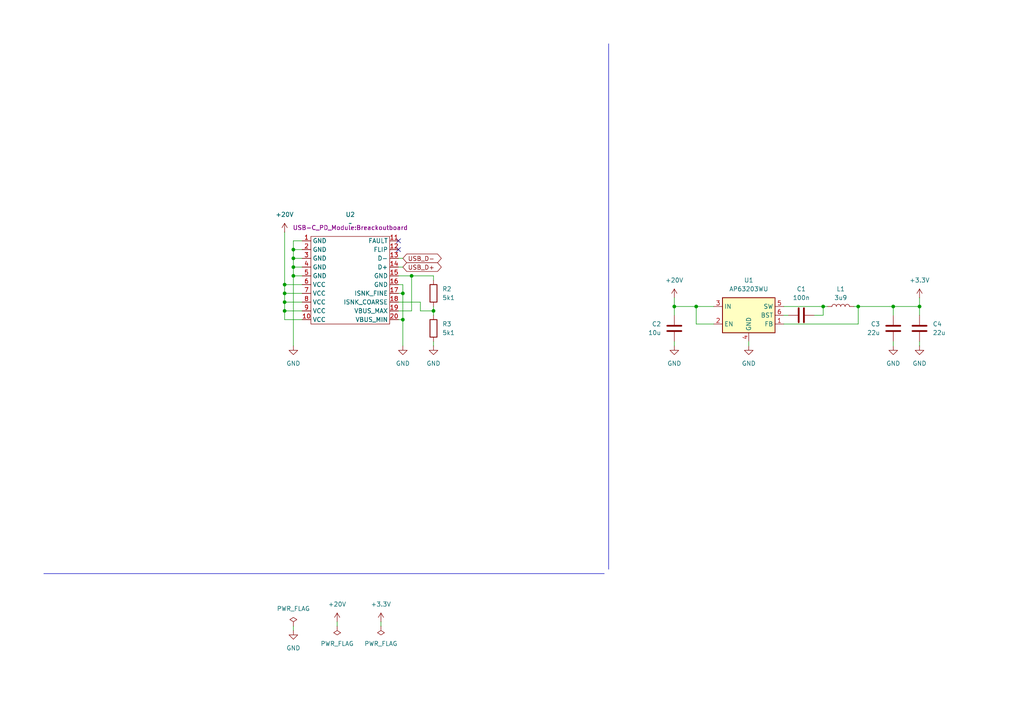
<source format=kicad_sch>
(kicad_sch (version 20231120) (generator "eeschema") (generator_version "8.0")
  (paper "A4")
  (title_block (title "Power supply") (date "2025-04-08") (rev "1.0") (comment 1 "Power supply input and conversion") (comment 2 "Min. USB-Voltage: 5V") (comment 3 "Max. USB-Voltage: 20V") (comment 4 "Min. Current: 3A"))
  (lib_symbols
    (symbol "Device:C" (pin_numbers hide) (pin_names (offset 0.254))
      (property "Reference" "C" (at 0.635 2.54 0))
      (property "Value" "C" (at 0.635 -2.54 0))
      (symbol "C_0_1"
        (polyline (pts (xy -2.032 -0.762) (xy 2.032 -0.762)) (stroke (width 0.508)))
        (polyline (pts (xy -2.032 0.762) (xy 2.032 0.762)) (stroke (width 0.508)))
      )
      (symbol "C_1_1"
        (pin passive line (at 0 3.81 270) (length 2.794) (name "~") (number "1"))
        (pin passive line (at 0 -3.81 90) (length 2.794) (name "~") (number "2"))
      )
    )
    (symbol "Device:L" (pin_numbers hide) (pin_names (offset 1.016) hide)
      (property "Reference" "L" (at -1.27 0 90))
      (property "Value" "L" (at 1.905 0 90))
      (symbol "L_0_1"
        (arc (start 0 -2.54) (mid 0.6323 -1.905) (end 0 -1.27))
        (arc (start 0 -1.27) (mid 0.6323 -0.635) (end 0 0))
        (arc (start 0 0) (mid 0.6323 0.635) (end 0 1.27))
        (arc (start 0 1.27) (mid 0.6323 1.905) (end 0 2.54))
      )
      (symbol "L_1_1"
        (pin passive line (at 0 3.81 270) (length 1.27) (name "1") (number "1"))
        (pin passive line (at 0 -3.81 90) (length 1.27) (name "2") (number "2"))
      )
    )
    (symbol "Device:R" (pin_numbers hide) (pin_names (offset 0))
      (property "Reference" "R" (at 2.032 0 90))
      (property "Value" "R" (at 0 0 90))
      (symbol "R_0_1"
        (rectangle (start -1.016 -2.54) (end 1.016 2.54) (stroke (width 0.254)))
      )
      (symbol "R_1_1"
        (pin passive line (at 0 3.81 270) (length 1.27) (name "~") (number "1"))
        (pin passive line (at 0 -3.81 90) (length 1.27) (name "~") (number "2"))
      )
    )
    (symbol "Regulator_Switching:AP63203WU"
      (property "Reference" "U" (at -7.62 6.35 0))
      (property "Value" "AP63203WU" (at 2.54 6.35 0))
      (symbol "AP63203WU_0_1"
        (rectangle (start -7.62 5.08) (end 7.62 -5.08) (stroke (width 0.254)) (fill (type background)))
      )
      (symbol "AP63203WU_1_1"
        (pin input line (at 10.16 -2.54 180) (length 2.54) (name "FB") (number "1"))
        (pin input line (at -10.16 -2.54 0) (length 2.54) (name "EN") (number "2"))
        (pin power_in line (at -10.16 2.54 0) (length 2.54) (name "IN") (number "3"))
        (pin power_in line (at 0 -7.62 90) (length 2.54) (name "GND") (number "4"))
        (pin output line (at 10.16 2.54 180) (length 2.54) (name "SW") (number "5"))
        (pin passive line (at 10.16 0 180) (length 2.54) (name "BST") (number "6"))
      )
    )
    (symbol "USB-C_PD_Module:Breakoutboard"
      (property "Reference" "U" (at 0 0 0))
      (property "Footprint" "USBC:Breackoutboard" (at -1.778 -0.254 90))
      (symbol "Breakoutboard_0_1"
        (rectangle (start -8.89 12.7) (end 13.97 -12.7))
      )
      (symbol "Breakoutboard_1_1"
        (pin input line (at -11.43 11.43 0) (length 2.54) (name "GND") (number "1"))
        (pin input line (at -11.43 -11.43 0) (length 2.54) (name "VCC") (number "10"))
        (pin input line (at 16.51 11.43 180) (length 2.54) (name "FAULT") (number "11"))
        (pin input line (at 16.51 8.89 180) (length 2.54) (name "FLIP") (number "12"))
        (pin input line (at 16.51 6.35 180) (length 2.54) (name "D-") (number "13"))
        (pin input line (at 16.51 3.81 180) (length 2.54) (name "D+") (number "14"))
        (pin input line (at 16.51 1.27 180) (length 2.54) (name "GND") (number "15"))
        (pin input line (at 16.51 -1.27 180) (length 2.54) (name "GND") (number "16"))
        (pin input line (at 16.51 -3.81 180) (length 2.54) (name "ISNK_FINE") (number "17"))
        (pin input line (at 16.51 -6.35 180) (length 2.54) (name "ISNK_COARSE") (number "18"))
        (pin input line (at 16.51 -8.89 180) (length 2.54) (name "VBUS_MAX") (number "19"))
        (pin input line (at -11.43 8.89 0) (length 2.54) (name "GND") (number "2"))
        (pin input line (at 16.51 -11.43 180) (length 2.54) (name "VBUS_MIN") (number "20"))
        (pin input line (at -11.43 6.35 0) (length 2.54) (name "GND") (number "3"))
        (pin input line (at -11.43 3.81 0) (length 2.54) (name "GND") (number "4"))
        (pin input line (at -11.43 1.27 0) (length 2.54) (name "GND") (number "5"))
        (pin input line (at -11.43 -1.27 0) (length 2.54) (name "VCC") (number "6"))
        (pin input line (at -11.43 -3.81 0) (length 2.54) (name "VCC") (number "7"))
        (pin input line (at -11.43 -6.35 0) (length 2.54) (name "VCC") (number "8"))
        (pin input line (at -11.43 -8.89 0) (length 2.54) (name "VCC") (number "9"))
      )
    )
    (symbol "power:+24V" (power) (pin_numbers hide) (pin_names (offset 0) hide)
      (property "Value" "+24V" (at 0 3.556 0))
      (symbol "+24V_0_1"
        (polyline (pts (xy -0.762 1.27) (xy 0 2.54)))
        (polyline (pts (xy 0 0) (xy 0 2.54)))
        (polyline (pts (xy 0 2.54) (xy 0.762 1.27)))
      )
      (symbol "+24V_1_1"
        (pin power_in line (at 0 0 90) (length 0) (name "~") (number "1"))
      )
    )
    (symbol "power:+3.3V" (power) (pin_numbers hide) (pin_names (offset 0) hide)
      (property "Value" "+3.3V" (at 0 3.556 0))
      (symbol "+3.3V_0_1"
        (polyline (pts (xy -0.762 1.27) (xy 0 2.54)))
        (polyline (pts (xy 0 0) (xy 0 2.54)))
        (polyline (pts (xy 0 2.54) (xy 0.762 1.27)))
      )
      (symbol "+3.3V_1_1"
        (pin power_in line (at 0 0 90) (length 0) (name "~") (number "1"))
      )
    )
    (symbol "power:GND" (power) (pin_numbers hide) (pin_names (offset 0) hide)
      (property "Value" "GND" (at 0 -3.81 0))
      (symbol "GND_0_1"
        (polyline (pts (xy 0 0) (xy 0 -1.27) (xy 1.27 -1.27) (xy 0 -2.54) (xy -1.27 -1.27) (xy 0 -1.27)))
      )
      (symbol "GND_1_1"
        (pin power_in line (at 0 0 270) (length 0) (name "~") (number "1"))
      )
    )
    (symbol "power:PWR_FLAG" (power) (pin_numbers hide) (pin_names (offset 0) hide)
      (property "Value" "PWR_FLAG" (at 0 3.81 0))
      (symbol "PWR_FLAG_0_0"
        (pin power_out line (at 0 0 90) (length 0) (name "~") (number "1"))
      )
      (symbol "PWR_FLAG_0_1"
        (polyline (pts (xy 0 0) (xy 0 1.27) (xy -1.016 1.905) (xy 0 2.54) (xy 1.016 1.905) (xy 0 1.27)))
      )
    )
    (symbol "power:VCC" (power) (pin_numbers hide) (pin_names (offset 0) hide)
      (property "Value" "VCC" (at 0 3.556 0))
      (symbol "VCC_0_1"
        (polyline (pts (xy -0.762 1.27) (xy 0 2.54)))
        (polyline (pts (xy 0 0) (xy 0 2.54)))
        (polyline (pts (xy 0 2.54) (xy 0.762 1.27)))
      )
      (symbol "VCC_1_1"
        (pin power_in line (at 0 0 90) (length 0) (name "~") (number "1"))
      )
    )
  )
  (junction (at 266.7 88.9))
  (junction (at 259.08 88.9))
  (junction (at 201.93 88.9))
  (junction (at 82.55 85.09))
  (junction (at 248.92 88.9))
  (junction (at 82.55 87.63))
  (junction (at 116.84 92.71))
  (junction (at 85.09 74.93))
  (junction (at 195.58 88.9))
  (junction (at 85.09 80.01))
  (junction (at 82.55 90.17))
  (junction (at 85.09 72.39))
  (junction (at 85.09 77.47))
  (junction (at 238.76 88.9))
  (junction (at 119.38 80.01))
  (junction (at 125.73 90.17))
  (junction (at 116.84 85.09))
  (junction (at 82.55 82.55))
  (no_connect (at 115.57 69.85))
  (no_connect (at 115.57 72.39))
  (wire (pts (xy 195.58 99.06) (xy 195.58 100.33)))
  (wire (pts (xy 259.08 88.9) (xy 266.7 88.9)))
  (wire (pts (xy 82.55 85.09) (xy 82.55 87.63)))
  (wire (pts (xy 115.57 90.17) (xy 119.38 90.17)))
  (wire (pts (xy 116.84 92.71) (xy 116.84 100.33)))
  (wire (pts (xy 227.33 91.44) (xy 228.6 91.44)))
  (wire (pts (xy 236.22 91.44) (xy 238.76 91.44)))
  (wire (pts (xy 266.7 88.9) (xy 266.7 91.44)))
  (wire (pts (xy 247.65 88.9) (xy 248.92 88.9)))
  (wire (pts (xy 125.73 99.06) (xy 125.73 100.33)))
  (wire (pts (xy 85.09 77.47) (xy 87.63 77.47)))
  (wire (pts (xy 115.57 92.71) (xy 116.84 92.71)))
  (wire (pts (xy 195.58 88.9) (xy 201.93 88.9)))
  (wire (pts (xy 115.57 87.63) (xy 121.92 87.63)))
  (wire (pts (xy 115.57 77.47) (xy 116.84 77.47)))
  (polyline (pts (xy 12.7 166.37) (xy 175.26 166.37)))
  (wire (pts (xy 195.58 86.36) (xy 195.58 88.9)))
  (wire (pts (xy 248.92 88.9) (xy 259.08 88.9)))
  (wire (pts (xy 227.33 88.9) (xy 238.76 88.9)))
  (wire (pts (xy 217.17 99.06) (xy 217.17 100.33)))
  (wire (pts (xy 259.08 88.9) (xy 259.08 91.44)))
  (wire (pts (xy 119.38 80.01) (xy 125.73 80.01)))
  (wire (pts (xy 201.93 88.9) (xy 207.01 88.9)))
  (wire (pts (xy 97.79 180.34) (xy 97.79 181.61)))
  (wire (pts (xy 125.73 90.17) (xy 125.73 91.44)))
  (wire (pts (xy 121.92 87.63) (xy 121.92 90.17)))
  (wire (pts (xy 207.01 93.98) (xy 201.93 93.98)))
  (wire (pts (xy 82.55 67.31) (xy 82.55 82.55)))
  (wire (pts (xy 82.55 82.55) (xy 87.63 82.55)))
  (wire (pts (xy 125.73 88.9) (xy 125.73 90.17)))
  (wire (pts (xy 87.63 69.85) (xy 85.09 69.85)))
  (wire (pts (xy 115.57 74.93) (xy 116.84 74.93)))
  (wire (pts (xy 115.57 85.09) (xy 116.84 85.09)))
  (wire (pts (xy 238.76 91.44) (xy 238.76 88.9)))
  (wire (pts (xy 201.93 93.98) (xy 201.93 88.9)))
  (wire (pts (xy 85.09 72.39) (xy 85.09 74.93)))
  (wire (pts (xy 259.08 99.06) (xy 259.08 100.33)))
  (wire (pts (xy 85.09 80.01) (xy 87.63 80.01)))
  (wire (pts (xy 119.38 90.17) (xy 119.38 80.01)))
  (wire (pts (xy 195.58 88.9) (xy 195.58 91.44)))
  (wire (pts (xy 110.49 180.34) (xy 110.49 181.61)))
  (wire (pts (xy 116.84 82.55) (xy 116.84 85.09)))
  (wire (pts (xy 115.57 82.55) (xy 116.84 82.55)))
  (wire (pts (xy 116.84 85.09) (xy 116.84 92.71)))
  (wire (pts (xy 125.73 80.01) (xy 125.73 81.28)))
  (wire (pts (xy 85.09 77.47) (xy 85.09 80.01)))
  (wire (pts (xy 82.55 87.63) (xy 82.55 90.17)))
  (wire (pts (xy 266.7 99.06) (xy 266.7 100.33)))
  (wire (pts (xy 85.09 69.85) (xy 85.09 72.39)))
  (wire (pts (xy 82.55 90.17) (xy 82.55 92.71)))
  (wire (pts (xy 82.55 85.09) (xy 87.63 85.09)))
  (wire (pts (xy 238.76 88.9) (xy 240.03 88.9)))
  (wire (pts (xy 115.57 80.01) (xy 119.38 80.01)))
  (wire (pts (xy 121.92 90.17) (xy 125.73 90.17)))
  (wire (pts (xy 82.55 92.71) (xy 87.63 92.71)))
  (wire (pts (xy 85.09 72.39) (xy 87.63 72.39)))
  (wire (pts (xy 82.55 82.55) (xy 82.55 85.09)))
  (wire (pts (xy 85.09 74.93) (xy 85.09 77.47)))
  (wire (pts (xy 82.55 87.63) (xy 87.63 87.63)))
  (wire (pts (xy 82.55 90.17) (xy 87.63 90.17)))
  (wire (pts (xy 85.09 80.01) (xy 85.09 100.33)))
  (wire (pts (xy 85.09 74.93) (xy 87.63 74.93)))
  (wire (pts (xy 227.33 93.98) (xy 248.92 93.98)))
  (wire (pts (xy 85.09 181.61) (xy 85.09 182.88)))
  (wire (pts (xy 248.92 93.98) (xy 248.92 88.9)))
  (wire (pts (xy 266.7 86.36) (xy 266.7 88.9)))
  (polyline (pts (xy 176.53 12.7) (xy 176.53 165.1)))
  (global_label "USB_D-" (shape bidirectional) (at 116.84 74.93 0) (property "Intersheetrefs" "${INTERSHEET_REFS}" (effects (hide yes))))
  (global_label "USB_D+" (shape bidirectional) (at 116.84 77.47 0) (property "Intersheetrefs" "${INTERSHEET_REFS}" (effects (hide yes))))
  (symbol (lib_id "power:VCC") (at 195.58 86.36 0) (unit 1)
    (property "Reference" "#PWR03" (effects (hide yes)))
    (property "Value" "+20V" (at 195.58 81.28 0))
    (property "Description" "Power symbol creates a global label with name \"VCC\"" (effects (hide yes)))
  )
  (symbol (lib_id "power:GND") (at 259.08 100.33 0) (unit 1)
    (property "Reference" "#PWR07" (effects (hide yes)))
    (property "Value" "GND" (at 259.08 105.41 0))
    (property "Description" "Power symbol creates a global label with name \"GND\" , ground" (effects (hide yes)))
  )
  (symbol (lib_id "power:GND") (at 85.09 182.88 0) (unit 1)
    (property "Reference" "#PWR01" (effects (hide yes)))
    (property "Value" "GND" (at 85.09 187.96 0))
    (property "Description" "Power symbol creates a global label with name \"GND\" , ground" (effects (hide yes)))
  )
  (symbol (lib_id "power:PWR_FLAG") (at 97.79 181.61 180) (unit 1)
    (property "Reference" "#FLG02" (effects (hide yes)))
    (property "Value" "PWR_FLAG" (at 97.79 186.69 0))
    (property "Description" "Special symbol for telling ERC where power comes from" (effects (hide yes)))
  )
  (symbol (lib_id "Device:R") (at 125.73 85.09 0) (unit 1)
    (property "Reference" "R2" (at 128.27 83.8199 0) (effects (justify left)))
    (property "Value" "5k1" (at 128.27 86.3599 0) (effects (justify left)))
    (property "Footprint" "Resistor_SMD:R_0805_2012Metric" (effects (hide yes)))
    (property "Description" "Resistor" (effects (hide yes)))
  )
  (symbol (lib_id "power:PWR_FLAG") (at 110.49 181.61 180) (unit 1)
    (property "Reference" "#FLG03" (effects (hide yes)))
    (property "Value" "PWR_FLAG" (at 110.49 186.69 0))
    (property "Description" "Special symbol for telling ERC where power comes from" (effects (hide yes)))
  )
  (symbol (lib_id "power:GND") (at 266.7 100.33 0) (unit 1)
    (property "Reference" "#PWR08" (effects (hide yes)))
    (property "Value" "GND" (at 266.7 105.41 0))
    (property "Description" "Power symbol creates a global label with name \"GND\" , ground" (effects (hide yes)))
  )
  (symbol (lib_id "Device:R") (at 125.73 95.25 0) (unit 1)
    (property "Reference" "R3" (at 128.27 93.9799 0) (effects (justify left)))
    (property "Value" "5k1" (at 128.27 96.5199 0) (effects (justify left)))
    (property "Footprint" "Resistor_SMD:R_0805_2012Metric" (effects (hide yes)))
    (property "Description" "Resistor" (effects (hide yes)))
  )
  (symbol (lib_id "Device:L") (at 243.84 88.9 90) (unit 1)
    (property "Reference" "L1" (at 243.84 83.82 90))
    (property "Value" "3u9" (at 243.84 86.36 90))
    (property "Footprint" "Inductor_SMD_Wurth:L_Wurth_WE-LQSH-4020" (effects (hide yes)))
    (property "Description" "Inductor" (effects (hide yes)))
  )
  (symbol (lib_id "Device:C") (at 259.08 95.25 0) (mirror y) (unit 1)
    (property "Reference" "C3" (at 255.27 93.9799 0) (effects (justify left)))
    (property "Value" "22u" (at 255.27 96.5199 0) (effects (justify left)))
    (property "Footprint" "Capacitor_SMD:C_0805_2012Metric" (effects (hide yes)))
    (property "Description" "Unpolarized capacitor" (effects (hide yes)))
  )
  (symbol (lib_id "Regulator_Switching:AP63203WU") (at 217.17 91.44 0) (unit 1)
    (property "Reference" "U1" (at 217.17 81.28 0))
    (property "Value" "AP63203WU" (at 217.17 83.82 0))
    (property "Footprint" "Package_TO_SOT_SMD:TSOT-23-6" (effects (hide yes)))
    (property "Datasheet" "https://www.diodes.com/assets/Datasheets/AP63200-AP63201-AP63203-AP63205.pdf" (effects (hide yes)))
    (property "Description" "2A, 1.1MHz Buck DC/DC Converter, fixed 3.3V output voltage, TSOT-23-6" (effects (hide yes)))
  )
  (symbol (lib_id "power:+3.3V") (at 266.7 86.36 0) (unit 1)
    (property "Reference" "#PWR04" (effects (hide yes)))
    (property "Value" "+3.3V" (at 266.7 81.28 0))
    (property "Description" "Power symbol creates a global label with name \"+3.3V\"" (effects (hide yes)))
  )
  (symbol (lib_id "power:GND") (at 116.84 100.33 0) (unit 1)
    (property "Reference" "#PWR010" (effects (hide yes)))
    (property "Value" "GND" (at 116.84 105.41 0))
    (property "Description" "Power symbol creates a global label with name \"GND\" , ground" (effects (hide yes)))
  )
  (symbol (lib_id "power:GND") (at 125.73 100.33 0) (unit 1)
    (property "Reference" "#PWR044" (effects (hide yes)))
    (property "Value" "GND" (at 125.73 105.41 0))
    (property "Description" "Power symbol creates a global label with name \"GND\" , ground" (effects (hide yes)))
  )
  (symbol (lib_id "power:VCC") (at 97.79 180.34 0) (unit 1)
    (property "Reference" "#PWR045" (effects (hide yes)))
    (property "Value" "+20V" (at 97.79 175.26 0))
    (property "Description" "Power symbol creates a global label with name \"VCC\"" (effects (hide yes)))
  )
  (symbol (lib_id "power:GND") (at 195.58 100.33 0) (unit 1)
    (property "Reference" "#PWR05" (effects (hide yes)))
    (property "Value" "GND" (at 195.58 105.41 0))
    (property "Description" "Power symbol creates a global label with name \"GND\" , ground" (effects (hide yes)))
  )
  (symbol (lib_id "power:+3.3V") (at 110.49 180.34 0) (unit 1)
    (property "Reference" "#PWR046" (effects (hide yes)))
    (property "Value" "+3.3V" (at 110.49 175.26 0))
    (property "Description" "Power symbol creates a global label with name \"+3.3V\"" (effects (hide yes)))
  )
  (symbol (lib_id "USB-C_PD_Module:Breakoutboard") (at 99.06 81.28 0) (unit 1)
    (property "Reference" "U2" (at 101.6 62.23 0))
    (property "Value" "~" (at 101.6 64.77 0))
    (property "Footprint" "USB-C_PD_Module:Breackoutboard" (at 101.6 66.04 0))
  )
  (symbol (lib_id "Device:C") (at 266.7 95.25 0) (unit 1)
    (property "Reference" "C4" (at 270.51 93.9799 0) (effects (justify left)))
    (property "Value" "22u" (at 270.51 96.5199 0) (effects (justify left)))
    (property "Footprint" "Capacitor_SMD:C_0805_2012Metric" (effects (hide yes)))
    (property "Description" "Unpolarized capacitor" (effects (hide yes)))
  )
  (symbol (lib_id "Device:C") (at 232.41 91.44 270) (mirror x) (unit 1)
    (property "Reference" "C1" (at 232.41 83.82 90))
    (property "Value" "100n" (at 232.41 86.36 90))
    (property "Footprint" "Capacitor_SMD:C_0805_2012Metric" (effects (hide yes)))
    (property "Description" "Unpolarized capacitor" (effects (hide yes)))
  )
  (symbol (lib_id "power:PWR_FLAG") (at 85.09 181.61 0) (unit 1)
    (property "Reference" "#FLG01" (effects (hide yes)))
    (property "Value" "PWR_FLAG" (at 85.09 176.53 0))
    (property "Description" "Special symbol for telling ERC where power comes from" (effects (hide yes)))
  )
  (symbol (lib_id "power:+24V") (at 82.55 67.31 0) (unit 1)
    (property "Reference" "#PWR02" (effects (hide yes)))
    (property "Value" "+20V" (at 82.55 62.23 0))
    (property "Description" "Power symbol creates a global label with name \"+24V\"" (effects (hide yes)))
  )
  (symbol (lib_id "power:GND") (at 217.17 100.33 0) (unit 1)
    (property "Reference" "#PWR06" (effects (hide yes)))
    (property "Value" "GND" (at 217.17 105.41 0))
    (property "Description" "Power symbol creates a global label with name \"GND\" , ground" (effects (hide yes)))
  )
  (symbol (lib_id "Device:C") (at 195.58 95.25 0) (mirror y) (unit 1)
    (property "Reference" "C2" (at 191.77 93.9799 0) (effects (justify left)))
    (property "Value" "10u" (at 191.77 96.5199 0) (effects (justify left)))
    (property "Footprint" "Capacitor_SMD:C_0805_2012Metric" (effects (hide yes)))
    (property "Description" "Unpolarized capacitor" (effects (hide yes)))
  )
  (symbol (lib_id "power:GND") (at 85.09 100.33 0) (unit 1)
    (property "Reference" "#PWR09" (effects (hide yes)))
    (property "Value" "GND" (at 85.09 105.41 0))
    (property "Description" "Power symbol creates a global label with name \"GND\" , ground" (effects (hide yes)))
  )
)
</source>
